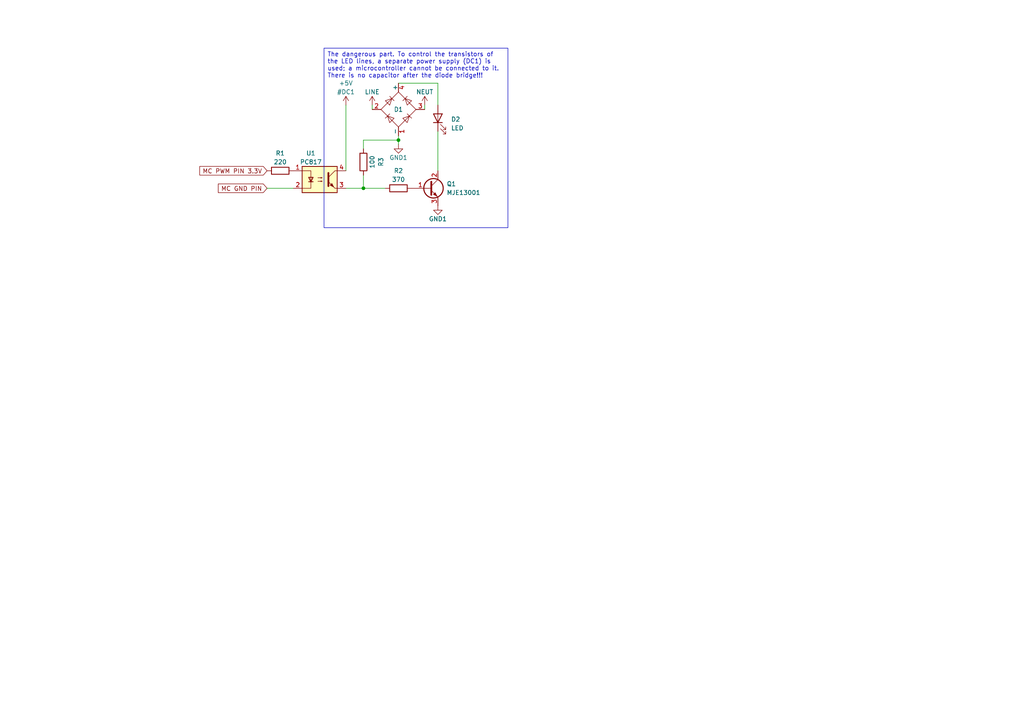
<source format=kicad_sch>
(kicad_sch (version 20230121) (generator eeschema)
  (paper "A4")
  (lib_symbols
    (symbol "Device:LED" (pin_numbers hide) (pin_names (offset 1.016) hide)
      (property "Reference" "D" (at 0 2.54 0))
      (property "Value" "LED" (at 0 -2.54 0))
      (symbol "LED_0_1"
        (polyline (pts (xy -1.27 -1.27) (xy -1.27 1.27)) (stroke (width 0.254)))
        (polyline (pts (xy -1.27 0) (xy 1.27 0)))
        (polyline (pts (xy 1.27 -1.27) (xy 1.27 1.27) (xy -1.27 0) (xy 1.27 -1.27)) (stroke (width 0.254)))
        (polyline (pts (xy -3.048 -0.762) (xy -4.572 -2.286) (xy -3.81 -2.286) (xy -4.572 -2.286) (xy -4.572 -1.524)))
        (polyline (pts (xy -1.778 -0.762) (xy -3.302 -2.286) (xy -2.54 -2.286) (xy -3.302 -2.286) (xy -3.302 -1.524)))
      )
      (symbol "LED_1_1"
        (pin passive line (at -3.81 0 0) (length 2.54) (name "K") (number "1"))
        (pin passive line (at 3.81 0 180) (length 2.54) (name "A") (number "2"))
      )
    )
    (symbol "Device:R" (pin_numbers hide) (pin_names (offset 0))
      (property "Reference" "R" (at 2.032 0 90))
      (property "Value" "R" (at 0 0 90))
      (symbol "R_0_1"
        (rectangle (start -1.016 -2.54) (end 1.016 2.54) (stroke (width 0.254)))
      )
      (symbol "R_1_1"
        (pin passive line (at 0 3.81 270) (length 1.27) (name "~") (number "1"))
        (pin passive line (at 0 -3.81 90) (length 1.27) (name "~") (number "2"))
      )
    )
    (symbol "Diode_Bridge:B40C2300-1500A" (pin_names (offset 0))
      (property "Reference" "D" (at 2.54 6.985 0))
      (property "Value" "B40C2300-1500A" (at 2.54 5.08 0))
      (symbol "B40C2300-1500A_0_1"
        (polyline (pts (xy -2.54 3.81) (xy -1.27 2.54)))
        (polyline (pts (xy -1.27 -2.54) (xy -2.54 -3.81)))
        (polyline (pts (xy 2.54 -1.27) (xy 3.81 -2.54)))
        (polyline (pts (xy 2.54 1.27) (xy 3.81 2.54)))
        (polyline (pts (xy -3.81 2.54) (xy -2.54 1.27) (xy -1.905 3.175) (xy -3.81 2.54)))
        (polyline (pts (xy -2.54 -1.27) (xy -3.81 -2.54) (xy -1.905 -3.175) (xy -2.54 -1.27)))
        (polyline (pts (xy 1.27 2.54) (xy 2.54 3.81) (xy 3.175 1.905) (xy 1.27 2.54)))
        (polyline (pts (xy 3.175 -1.905) (xy 1.27 -2.54) (xy 2.54 -3.81) (xy 3.175 -1.905)))
        (polyline (pts (xy -5.08 0) (xy 0 -5.08) (xy 5.08 0) (xy 0 5.08) (xy -5.08 0)))
      )
      (symbol "B40C2300-1500A_1_1"
        (pin passive line (at -7.62 0 0) (length 2.54) (name "-") (number "1"))
        (pin passive line (at 0 7.62 270) (length 2.54) (name "~") (number "2"))
        (pin passive line (at 0 -7.62 90) (length 2.54) (name "~") (number "3"))
        (pin passive line (at 7.62 0 180) (length 2.54) (name "+") (number "4"))
      )
    )
    (symbol "Isolator:PC817" (pin_names (offset 1.016))
      (property "Reference" "U" (at -5.08 5.08 0))
      (property "Value" "PC817" (at 0 5.08 0))
      (symbol "PC817_0_1"
        (rectangle (start -5.08 3.81) (end 5.08 -3.81) (stroke (width 0.254)) (fill (type background)))
        (polyline (pts (xy -3.175 -0.635) (xy -1.905 -0.635)) (stroke (width 0.254)))
        (polyline (pts (xy 2.54 0.635) (xy 4.445 2.54)))
        (polyline (pts (xy 4.445 -2.54) (xy 2.54 -0.635)) (fill (type outline)))
        (polyline (pts (xy 4.445 -2.54) (xy 5.08 -2.54)))
        (polyline (pts (xy 4.445 2.54) (xy 5.08 2.54)))
        (polyline (pts (xy -5.08 2.54) (xy -2.54 2.54) (xy -2.54 -0.635)))
        (polyline (pts (xy -2.54 -0.635) (xy -2.54 -2.54) (xy -5.08 -2.54)))
        (polyline (pts (xy 2.54 1.905) (xy 2.54 -1.905) (xy 2.54 -1.905)) (stroke (width 0.508)))
        (polyline (pts (xy -2.54 -0.635) (xy -3.175 0.635) (xy -1.905 0.635) (xy -2.54 -0.635)) (stroke (width 0.254)))
        (polyline (pts (xy -0.508 -0.508) (xy 0.762 -0.508) (xy 0.381 -0.635) (xy 0.381 -0.381) (xy 0.762 -0.508)))
        (polyline (pts (xy -0.508 0.508) (xy 0.762 0.508) (xy 0.381 0.381) (xy 0.381 0.635) (xy 0.762 0.508)))
        (polyline (pts (xy 3.048 -1.651) (xy 3.556 -1.143) (xy 4.064 -2.159) (xy 3.048 -1.651) (xy 3.048 -1.651)) (fill (type outline)))
      )
      (symbol "PC817_1_1"
        (pin passive line (at -7.62 2.54 0) (length 2.54) (name "~") (number "1"))
        (pin passive line (at -7.62 -2.54 0) (length 2.54) (name "~") (number "2"))
        (pin passive line (at 7.62 -2.54 180) (length 2.54) (name "~") (number "3"))
        (pin passive line (at 7.62 2.54 180) (length 2.54) (name "~") (number "4"))
      )
    )
    (symbol "Transistor_BJT:MJE13003" (pin_names (offset 0) hide)
      (property "Reference" "Q" (at 5.08 1.905 0))
      (property "Value" "MJE13003" (at 5.08 0 0))
      (symbol "MJE13003_0_1"
        (polyline (pts (xy 0 0) (xy 0.635 0)))
        (polyline (pts (xy 2.54 -2.54) (xy 0.635 -0.635)))
        (polyline (pts (xy 2.54 2.54) (xy 0.635 0.635)))
        (polyline (pts (xy 0.635 1.905) (xy 0.635 -1.905) (xy 0.635 -1.905)) (stroke (width 0.508)) (fill (type outline)))
        (polyline (pts (xy 1.2446 -1.778) (xy 1.7526 -1.27) (xy 2.286 -2.286) (xy 1.2446 -1.778) (xy 1.2446 -1.778)) (fill (type outline)))
        (circle (center 1.27 0) (radius 2.8194) (stroke (width 0.3048)))
      )
      (symbol "MJE13003_1_1"
        (pin input line (at -5.08 0 0) (length 5.08) (name "B") (number "1"))
        (pin passive line (at 2.54 5.08 270) (length 2.54) (name "C") (number "2"))
        (pin passive line (at 2.54 -5.08 90) (length 2.54) (name "E") (number "3"))
      )
    )
    (symbol "power:+5V" (power) (pin_names (offset 0))
      (property "Value" "+5V" (at 0 3.556 0))
      (symbol "+5V_0_1"
        (polyline (pts (xy -0.762 1.27) (xy 0 2.54)))
        (polyline (pts (xy 0 0) (xy 0 2.54)))
        (polyline (pts (xy 0 2.54) (xy 0.762 1.27)))
      )
      (symbol "+5V_1_1"
        (pin power_in line (at 0 0 90) (length 0) hide (name "+5V") (number "1"))
      )
    )
    (symbol "power:GND1" (power) (pin_names (offset 0))
      (property "Value" "GND1" (at 0 -3.81 0))
      (symbol "GND1_0_1"
        (polyline (pts (xy 0 0) (xy 0 -1.27) (xy 1.27 -1.27) (xy 0 -2.54) (xy -1.27 -1.27) (xy 0 -1.27)))
      )
      (symbol "GND1_1_1"
        (pin power_in line (at 0 0 270) (length 0) hide (name "GND1") (number "1"))
      )
    )
    (symbol "power:LINE" (power) (pin_names (offset 0))
      (property "Value" "LINE" (at 0 3.81 0))
      (symbol "LINE_0_1"
        (polyline (pts (xy -0.762 1.27) (xy 0 2.54)))
        (polyline (pts (xy 0 0) (xy 0 2.54)))
        (polyline (pts (xy 0 2.54) (xy 0.762 1.27)))
      )
      (symbol "LINE_1_1"
        (pin power_in line (at 0 0 90) (length 0) hide (name "LINE") (number "1"))
      )
    )
    (symbol "power:NEUT" (power) (pin_names (offset 0))
      (property "Value" "NEUT" (at 0 3.81 0))
      (symbol "NEUT_0_1"
        (polyline (pts (xy -0.762 1.27) (xy 0 2.54)))
        (polyline (pts (xy 0 0) (xy 0 2.54)))
        (polyline (pts (xy 0 2.54) (xy 0.762 1.27)))
      )
      (symbol "NEUT_1_1"
        (pin power_in line (at 0 0 90) (length 0) hide (name "NEUT") (number "1"))
      )
    )
  )
  (junction (at 115.57 40.64))
  (junction (at 105.41 54.61))
  (wire (pts (xy 100.33 30.48) (xy 100.33 49.53)))
  (wire (pts (xy 123.19 30.48) (xy 123.19 31.75)))
  (wire (pts (xy 105.41 54.61) (xy 111.76 54.61)))
  (wire (pts (xy 127 38.1) (xy 127 49.53)))
  (wire (pts (xy 105.41 50.8) (xy 105.41 54.61)))
  (wire (pts (xy 115.57 40.64) (xy 115.57 39.37)))
  (wire (pts (xy 127 24.13) (xy 127 30.48)))
  (wire (pts (xy 105.41 54.61) (xy 100.33 54.61)))
  (wire (pts (xy 105.41 40.64) (xy 115.57 40.64)))
  (wire (pts (xy 115.57 24.13) (xy 127 24.13)))
  (wire (pts (xy 115.57 41.91) (xy 115.57 40.64)))
  (wire (pts (xy 107.95 30.48) (xy 107.95 31.75)))
  (wire (pts (xy 77.47 54.61) (xy 85.09 54.61)))
  (wire (pts (xy 105.41 43.18) (xy 105.41 40.64)))
  (text_box "The dangerous part. To control the transistors of the LED lines, a separate power supply (DC1) is used; a microcontroller cannot be connected to it. There is no capacitor after the diode bridge!!!" (at 93.98 13.97 0) (size 53.34 52.07) (effects (font (size 1.27 1.27)) (justify left top)))
  (global_label "MC GND PIN" (shape input) (at 77.47 54.61 180) (property "Intersheetrefs" "${INTERSHEET_REFS}" (effects hide)))
  (global_label "MC PWM PIN 3.3V" (shape input) (at 77.47 49.53 180) (property "Intersheetrefs" "${INTERSHEET_REFS}" (effects hide)))
  (symbol (lib_id "Diode_Bridge:B40C2300-1500A") (at 115.57 31.75 90) (unit 1)
    (property "Reference" "D1" (at 115.57 31.75 90))
    (property "Value" "B40C2300-1500A" (effects hide))
    (property "Footprint" "Diode_THT:Diode_Bridge_19.0x3.5x10.0mm_P5.0mm" (effects hide))
    (property "Datasheet" "https://diotec.com/tl_files/diotec/files/pdf/datasheets/b40c2300.pdf" (effects hide))
  )
  (symbol (lib_id "Device:R") (at 81.28 49.53 90) (unit 1)
    (property "Reference" "R1" (at 81.28 44.45 90))
    (property "Value" "220" (at 81.28 46.99 90))
  )
  (symbol (lib_id "Device:R") (at 115.57 54.61 90) (unit 1)
    (property "Reference" "R2" (at 115.57 49.53 90))
    (property "Value" "370" (at 115.57 52.07 90))
  )
  (symbol (lib_id "power:GND1") (at 115.57 41.91 0) (unit 1)
    (property "Reference" "#PWR03" (effects hide))
    (property "Value" "GND1" (at 115.57 45.72 0))
  )
  (symbol (lib_id "Device:LED") (at 127 34.29 90) (unit 1)
    (property "Reference" "D2" (at 130.81 34.6075 90) (effects (justify right)))
    (property "Value" "LED" (at 130.81 37.1475 90) (effects (justify right)))
  )
  (symbol (lib_id "Transistor_BJT:MJE13003") (at 124.46 54.61 0) (unit 1)
    (property "Reference" "Q1" (at 129.54 53.34 0) (effects (justify left)))
    (property "Value" "MJE13001" (at 129.54 55.88 0) (effects (justify left)))
    (property "Footprint" "Package_TO_SOT_THT:TO-126-3_Vertical" (effects hide))
    (property "Datasheet" "http://www.onsemi.com/pub_link/Collateral/MJE13003-D.PDF" (effects hide))
  )
  (symbol (lib_id "power:GND1") (at 127 59.69 0) (unit 1)
    (property "Reference" "#PWR04" (effects hide))
    (property "Value" "GND1" (at 127 63.5 0))
  )
  (symbol (lib_id "power:LINE") (at 107.95 30.48 0) (unit 1)
    (property "Reference" "#PWR01" (effects hide))
    (property "Value" "LINE" (at 107.95 26.67 0))
  )
  (symbol (lib_id "Device:R") (at 105.41 46.99 0) (unit 1)
    (property "Reference" "R3" (at 110.49 46.99 90))
    (property "Value" "100" (at 107.95 46.99 90))
  )
  (symbol (lib_id "Isolator:PC817") (at 92.71 52.07 0) (unit 1)
    (property "Reference" "U1" (at 90.17 44.45 0))
    (property "Value" "PC817" (at 90.17 46.99 0))
    (property "Footprint" "Package_DIP:DIP-4_W7.62mm" (effects hide))
    (property "Datasheet" "http://www.soselectronic.cz/a_info/resource/d/pc817.pdf" (effects hide))
  )
  (symbol (lib_id "power:NEUT") (at 123.19 30.48 0) (unit 1)
    (property "Reference" "#PWR02" (effects hide))
    (property "Value" "NEUT" (at 123.19 26.67 0))
  )
  (symbol (lib_id "power:+5V") (at 100.33 30.48 0) (unit 1)
    (property "Reference" "DC1" (at 100.33 26.67 0))
    (property "Value" "+5V" (at 100.33 24.13 0))
  )
)
</source>
